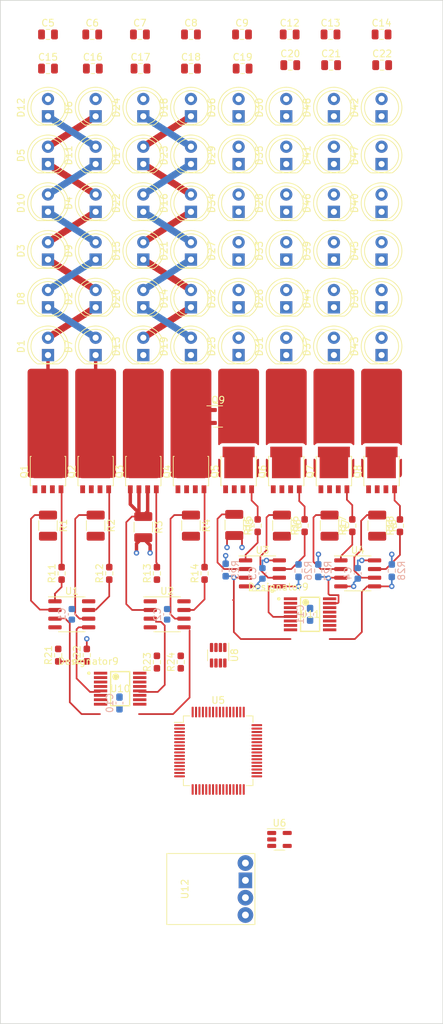
<source format=kicad_pcb>
(kicad_pcb (version 20221018) (generator pcbnew)
  (layers (0 "F.Cu" signal) (1 "In1.Cu" power) (2 "In2.Cu" power) (31 "B.Cu" signal) (34 "B.Paste" user) (35 "F.Paste" user) (36 "B.SilkS" user "B.Silkscreen") (37 "F.SilkS" user "F.Silkscreen") (38 "B.Mask" user) (39 "F.Mask" user) (44 "Edge.Cuts" user))
  (net 0 "")
  (net 1 "+12V")
  (net 2 "GND")
  (net 3 "+3.3V")
  (net 4 "/LED1")
  (net 5 "Net-(D1-A)")
  (net 6 "Net-(D2-A)")
  (net 7 "Net-(D3-A)")
  (net 8 "Net-(D4-A)")
  (net 9 "Net-(D5-A)")
  (net 10 "/LED2")
  (net 11 "Net-(D7-A)")
  (net 12 "Net-(D8-A)")
  (net 13 "Net-(D10-K)")
  (net 14 "Net-(D10-A)")
  (net 15 "Net-(D11-A)")
  (net 16 "/LED3")
  (net 17 "Net-(D13-A)")
  (net 18 "Net-(D14-A)")
  (net 19 "Net-(D15-A)")
  (net 20 "Net-(D16-A)")
  (net 21 "Net-(D17-A)")
  (net 22 "/LED4")
  (net 23 "Net-(D19-A)")
  (net 24 "Net-(D20-A)")
  (net 25 "Net-(D21-A)")
  (net 26 "Net-(D22-A)")
  (net 27 "Net-(D23-A)")
  (net 28 "/LED5")
  (net 29 "Net-(D25-A)")
  (net 30 "Net-(D26-A)")
  (net 31 "Net-(D27-A)")
  (net 32 "Net-(D28-A)")
  (net 33 "Net-(D29-A)")
  (net 34 "/LED6")
  (net 35 "Net-(D31-A)")
  (net 36 "Net-(D32-A)")
  (net 37 "Net-(D33-A)")
  (net 38 "Net-(D34-A)")
  (net 39 "Net-(D35-A)")
  (net 40 "/LED7")
  (net 41 "Net-(D37-A)")
  (net 42 "Net-(D38-A)")
  (net 43 "Net-(D39-A)")
  (net 44 "Net-(D40-A)")
  (net 45 "Net-(D41-A)")
  (net 46 "/LED8")
  (net 47 "Net-(D43-A)")
  (net 48 "Net-(D44-A)")
  (net 49 "Net-(D45-A)")
  (net 50 "Net-(D46-A)")
  (net 51 "Net-(D47-A)")
  (net 52 "/SENSE1")
  (net 53 "Net-(Q1-G)")
  (net 54 "/SENSE2")
  (net 55 "Net-(Q2-G)")
  (net 56 "/SENSE3")
  (net 57 "Net-(Q3-G)")
  (net 58 "/SENSE4")
  (net 59 "Net-(Q4-G)")
  (net 60 "/SENSE5")
  (net 61 "Net-(Q5-G)")
  (net 62 "/SENSE6")
  (net 63 "Net-(Q6-G)")
  (net 64 "/SENSE7")
  (net 65 "Net-(Q7-G)")
  (net 66 "/SENSE8")
  (net 67 "Net-(Q8-G)")
  (net 68 "Net-(R11-Pad1)")
  (net 69 "Net-(R12-Pad1)")
  (net 70 "Net-(R13-Pad1)")
  (net 71 "Net-(R14-Pad1)")
  (net 72 "Net-(R15-Pad1)")
  (net 73 "Net-(R16-Pad1)")
  (net 74 "Net-(R17-Pad1)")
  (net 75 "Net-(R18-Pad1)")
  (net 76 "/Sheet 2/REF1")
  (net 77 "/Sheet 2/REF2")
  (net 78 "/Sheet 2/REF3")
  (net 79 "/Sheet 2/REF4")
  (net 80 "/Sheet 3/REF1")
  (net 81 "/Sheet 3/REF2")
  (net 82 "/Sheet 3/REF3")
  (net 83 "/Sheet 3/REF4")
  (net 98 "Net-(U5-VSS-Pad15)")
  (net 145 "/SEL1")
  (net 146 "/DAC1")
  (net 148 "/SEL4")
  (net 149 "/SEL3")
  (net 150 "unconnected-(U10-NC-Pad12)")
  (net 151 "/SEL2")
  (net 152 "/SEL5")
  (net 153 "/DAC2")
  (net 155 "/SEL8")
  (net 156 "/SEL7")
  (net 158 "/SEL6")
  (net 159 "/Sheet 4/LED8")
  (footprint "LED_THT:LED_D5.0mm" (layer "F.Cu") (at 185 55 90)
    (fp_text reference "D32")
    (fp_text value "TLDR5800")
  )
  (footprint "Capacitor_SMD:C_0805_2012Metric" (layer "F.Cu") (at 178 20)
    (fp_text reference "C18")
    (fp_text value "10uF")
  )
  (footprint "LED_THT:LED_D5.0mm" (layer "F.Cu") (at 199 48 90)
    (fp_text reference "D39")
    (fp_text value "VSLY5850")
  )
  (footprint "Package_TO_SOT_SMD:LFPAK56" (layer "F.Cu") (at 157 79 90)
    (fp_text reference "Q1")
    (fp_text value "PSMN4R0-30YLD")
  )
  (footprint "Package_TO_SOT_SMD:SOT-23-8" (layer "F.Cu") (at 182 106 -90)
    (fp_text reference "U8")
    (fp_text value "TMP422")
  )
  (footprint "LED_THT:LED_D5.0mm" (layer "F.Cu") (at 178 62 90)
    (fp_text reference "D19")
    (fp_text value "TLDR5800")
  )
  (footprint "Resistor_SMD:R_0603_1608Metric_Pad0.98x0.95mm_HandSolder" (layer "F.Cu") (at 173 107 90)
    (fp_text reference "R23")
    (fp_text value "100K")
  )
  (footprint "LED_THT:LED_D5.0mm" (layer "F.Cu") (at 185 34 90)
    (fp_text reference "D29")
    (fp_text value "VSLY5850")
  )
  (footprint "Capacitor_SMD:C_0805_2012Metric" (layer "F.Cu") (at 163.5875 20)
    (fp_text reference "C16")
    (fp_text value "10uF")
  )
  (footprint "LED_THT:LED_D5.0mm" (layer "F.Cu") (at 192 55 90)
    (fp_text reference "D26")
    (fp_text value "VSLY5850")
  )
  (footprint "Resistor_SMD:R_1210_3225Metric_Pad1.30x2.65mm_HandSolder" (layer "F.Cu") (at 198.36 87 -90)
    (fp_text reference "R7")
    (fp_text value "0.510")
  )
  (footprint "LED_THT:LED_D5.0mm" (layer "F.Cu") (at 206 41 90)
    (fp_text reference "D40")
    (fp_text value "VSLY5850")
  )
  (footprint "Resistor_SMD:R_0603_1608Metric_Pad0.98x0.95mm_HandSolder" (layer "F.Cu") (at 176.5 107 90)
    (fp_text reference "R24")
    (fp_text value "100K")
  )
  (footprint "Capacitor_SMD:C_0805_2012Metric" (layer "F.Cu") (at 170.5875 20)
    (fp_text reference "C17")
    (fp_text value "10uF")
  )
  (footprint "LED_THT:LED_D5.0mm" (layer "F.Cu") (at 199 34 90)
    (fp_text reference "D41")
    (fp_text value "VSLY5850")
  )
  (footprint "Capacitor_SMD:C_0805_2012Metric" (layer "F.Cu") (at 157 15)
    (fp_text reference "C5")
    (fp_text value "10uF")
  )
  (footprint "Resistor_SMD:R_0603_1608Metric_Pad0.98x0.95mm_HandSolder" (layer "F.Cu") (at 180 94 90)
    (fp_text reference "R14")
    (fp_text value "100")
  )
  (footprint "LED_THT:LED_D5.0mm" (layer "F.Cu") (at 192 34 90)
    (fp_text reference "D35")
    (fp_text value "TLDR5800")
  )
  (footprint "Package_TO_SOT_SMD:LFPAK56" (layer "F.Cu") (at 192 79 90)
    (fp_text reference "Q6")
    (fp_text value "PSMN4R0-30YLD")
  )
  (footprint "LED_THT:LED_D5.0mm" (layer "F.Cu") (at 199 41 90)
    (fp_text reference "D46")
    (fp_text value "TLDR5800")
  )
  (footprint "LED_THT:LED_D5.0mm" (layer "F.Cu") (at 157 62 90)
    (fp_text reference "D1")
    (fp_text value "VSLY5850")
  )
  (footprint "Resistor_SMD:R_0603_1608Metric_Pad0.98x0.95mm_HandSolder" (layer "F.Cu") (at 166 94 90)
    (fp_text reference "R12")
    (fp_text value "100")
  )
  (footprint "Resistor_SMD:R_1210_3225Metric_Pad1.30x2.65mm_HandSolder" (layer "F.Cu") (at 171 87.216 -90)
    (fp_text reference "R3")
    (fp_text value "0.510")
  )
  (footprint "LED_THT:LED_D5.0mm" (layer "F.Cu") (at 171 55 90)
    (fp_text reference "D20")
    (fp_text value "TLDR5800")
  )
  (footprint "LED_THT:LED_D5.0mm" (layer "F.Cu") (at 171 48 90)
    (fp_text reference "D15")
    (fp_text value "VSLY5850")
  )
  (footprint "LED_THT:LED_D5.0mm" (layer "F.Cu") (at 185 27 90)
    (fp_text reference "D36")
    (fp_text value "TLDR5800")
  )
  (footprint "Resistor_SMD:R_0603_1608Metric_Pad0.98x0.95mm_HandSolder" (layer "F.Cu") (at 187.8 87 90)
    (fp_text reference "R15")
    (fp_text value "100")
  )
  (footprint "LED_THT:LED_D5.0mm" (layer "F.Cu") (at 171 34 90)
    (fp_text reference "D17")
    (fp_text value "VSLY5850")
  )
  (footprint "Package_TO_SOT_SMD:LFPAK56" (layer "F.Cu") (at 199 79 90)
    (fp_text reference "Q7")
    (fp_text value "PSMN4R0-30YLD")
  )
  (footprint "Resistor_SMD:R_0603_1608Metric_Pad0.98x0.95mm_HandSolder" (layer "F.Cu") (at 159 94 90)
    (fp_text reference "R11")
    (fp_text value "100")
  )
  (footprint "LED_THT:LED_D5.0mm" (layer "F.Cu") (at 199 62 90)
    (fp_text reference "D37")
    (fp_text value "VSLY5850")
  )
  (footprint "LED_THT:LED_D5.0mm" (layer "F.Cu") (at 178 55 90)
    (fp_text reference "D14")
    (fp_text value "VSLY5850")
  )
  (footprint "LED_THT:LED_D5.0mm" (layer "F.Cu") (at 199 55 90)
    (fp_text reference "D44")
    (fp_text value "TLDR5800")
  )
  (footprint "Resistor_SMD:R_1210_3225Metric_Pad1.30x2.65mm_HandSolder" (layer "F.Cu") (at 205.36 87 -90)
    (fp_text reference "R8")
    (fp_text value "0.510")
  )
  (footprint "Resistor_SMD:R_0603_1608Metric_Pad0.98x0.95mm_HandSolder" (layer "F.Cu") (at 194.7 87 90)
    (fp_text reference "R16")
    (fp_text value "100")
  )
  (footprint "Capacitor_SMD:C_0805_2012Metric" (layer "F.Cu") (at 178 15)
    (fp_text reference "C8")
    (fp_text value "10uF")
  )
  (footprint "$Local:PW0016A-IPC_A" (layer "F.Cu") (at 167.6 110.9)
    (fp_text reference "U10")
    (fp_text value "TMUX1112PWR")
  )
  (footprint "Package_TO_SOT_SMD:LFPAK56" (layer "F.Cu") (at 206 79 90)
    (fp_text reference "Q8")
    (fp_text value "PSMN4R0-30YLD")
  )
  (footprint "Package_QFP:LQFP-64_10x10mm_P0.5mm" (layer "F.Cu") (at 182 120)
    (fp_text reference "U5")
    (fp_text value "STM32G431RBTx")
  )
  (footprint "Resistor_SMD:R_1210_3225Metric_Pad1.30x2.65mm_HandSolder" (layer "F.Cu") (at 191.36 87 -90)
    (fp_text reference "R6")
    (fp_text value "0.510")
  )
  (footprint "Capacitor_SMD:C_0805_2012Metric" (layer "F.Cu") (at 185.5 15)
    (fp_text reference "C9")
    (fp_text value "10uF")
  )
  (footprint "LED_THT:LED_D5.0mm" (layer "F.Cu") (at 157 34 90)
    (fp_text reference "D5")
    (fp_text value "VSLY5850")
  )
  (footprint "LED_THT:LED_D5.0mm" (layer "F.Cu") (at 185 62 90)
    (fp_text reference "D25")
    (fp_text value "VSLY5850")
  )
  (footprint "LED_THT:LED_D5.0mm" (layer "F.Cu") (at 157 27 90)
    (fp_text reference "D12")
    (fp_text value "TLDR5800")
  )
  (footprint "LED_THT:LED_D5.0mm" (layer "F.Cu") (at 171 27 90)
    (fp_text reference "D24")
    (fp_text value "TLDR5800")
  )
  (footprint "LED_THT:LED_D5.0mm" (layer "F.Cu") (at 206 55 90)
    (fp_text reference "D38")
    (fp_text value "VSLY5850")
  )
  (footprint "Capacitor_SMD:C_0805_2012Metric" (layer "F.Cu") (at 163.5 15)
    (fp_text reference "C6")
    (fp_text value "10uF")
  )
  (footprint "LED_THT:LED_D5.0mm" (layer "F.Cu") (at 192 27 90)
    (fp_text reference "D30")
    (fp_text value "VSLY5850")
  )
  (footprint "LED_THT:LED_D5.0mm" (layer "F.Cu") (at 192 41 90)
    (fp_text reference "D28")
    (fp_text value "VSLY5850")
  )
  (footprint "Package_SO:SOIC-8_3.9x4.9mm_P1.27mm" (layer "F.Cu") (at 160.5 100)
    (fp_text reference "U1")
    (fp_text value "ADA4099-2")
  )
  (footprint "LED_THT:LED_D5.0mm" (layer "F.Cu") (at 199 27 90)
    (fp_text reference "D48")
    (fp_text value "TLDR5800")
  )
  (footprint "LED_THT:LED_D5.0mm" (layer "F.Cu") (at 206 27 90)
    (fp_text reference "D42")
    (fp_text value "VSLY5850")
  )
  (footprint "Package_TO_SOT_SMD:SOT-23" (layer "F.Cu") (at 182 71)
    (fp_text reference "Q9")
    (fp_text value "MMBT3906")
  )
  (footprint "$Local:D36V6F5" (layer "F.Cu") (at 186 139 90)
    (fp_text reference "U12")
    (fp_text value "D36V6F5")
  )
  (footprint "Resistor_SMD:R_1210_3225Metric_Pad1.30x2.65mm_HandSolder" (layer "F.Cu") (at 184.36 86.9 -90)
    (fp_text reference "R5")
    (fp_text value "0.510")
  )
  (footprint "Package_TO_SOT_SMD:SOT-23-5" (layer "F.Cu") (at 191 133)
    (fp_text reference "U6")
    (fp_text value "LP2985-3.3")
  )
  (footprint "Package_TO_SOT_SMD:LFPAK56" (layer "F.Cu") (at 171 79 90)
    (fp_text reference "Q3")
    (fp_text value "PSMN4R0-30YLD")
  )
  (footprint "LED_THT:LED_D5.0mm" (layer "F.Cu") (at 164 34 90)
    (fp_text reference "D11")
    (fp_text value "TLDR5800")
  )
  (footprint "$Local:PW0016A-IPC_A" (layer "F.Cu") (at 195.5 100)
    (fp_text reference "U11")
    (fp_text value "TMUX1112PWR")
  )
  (footprint "Capacitor_SMD:C_0805_2012Metric" (layer "F.Cu") (at 157 20)
    (fp_text reference "C15")
    (fp_text value "10uF")
  )
  (footprint "Capacitor_SMD:C_0805_2012Metric" (layer "F.Cu") (at 192.5875 19.5)
    (fp_text reference "C20")
    (fp_text value "10uF")
  )
  (footprint "LED_THT:LED_D5.0mm" (layer "F.Cu") (at 164 48 90)
    (fp_text reference "D9")
    (fp_text value "TLDR5800")
  )
  (footprint "LED_THT:LED_D5.0mm" (layer "F.Cu") (at 206 62 90)
    (fp_text reference "D43")
    (fp_text value "TLDR5800")
  )
  (footprint "Resistor_SMD:R_0603_1608Metric_Pad0.98x0.95mm_HandSolder" (layer "F.Cu") (at 208.7 87.0125 90)
    (fp_text reference "R18")
    (fp_text value "100")
  )
  (footprint "Package_TO_SOT_SMD:LFPAK56" (layer "F.Cu") (at 178 79 90)
    (fp_text reference "Q4")
    (fp_text value "PSMN4R0-30YLD")
  )
  (footprint "LED_THT:LED_D5.0mm" (layer "F.Cu") (at 178 34 90)
    (fp_text reference "D23")
    (fp_text value "TLDR5800")
  )
  (footprint "Package_SO:SOIC-8_3.9x4.9mm_P1.27mm" (layer "F.Cu") (at 188.5 94)
    (fp_text reference "U3")
    (fp_text value "ADA4099-2")
  )
  (footprint "LED_THT:LED_D5.0mm" (layer "F.Cu") (at 157 48 90)
    (fp_text reference "D3")
    (fp_text value "VSLY5850")
  )
  (footprint "LED_THT:LED_D5.0mm" (layer "F.Cu") (at 164 55 90)
    (fp_text reference "D2")
    (fp_text value "VSLY5850")
  )
  (footprint "Capacitor_SMD:C_0805_2012Metric" (layer "F.Cu") (at 206 15)
    (fp_text reference "C14")
    (fp_text value "10uF")
  )
  (footprint "LED_THT:LED_D5.0mm" (layer "F.Cu") (at 164 62 90)
    (fp_text reference "D7")
    (fp_text value "TLDR5800")
  )
  (footprint "Package_SO:SOIC-8_3.9x4.9mm_P1.27mm" (layer "F.Cu") (at 174.5 100)
    (fp_text reference "U2")
    (fp_text value "ADA4099-2")
  )
  (footprint "LED_THT:LED_D5.0mm" (layer "F.Cu") (at 185 48 90)
    (fp_text reference "D27")
    (fp_text value "VSLY5850")
  )
  (footprint "Capacitor_SMD:C_0805_2012Metric" (layer "F.Cu") (at 198.5875 19.5)
    (fp_text reference "C21")
    (fp_text value "10uF")
  )
  (footprint "Resistor_SMD:R_1210_3225Metric_Pad1.30x2.65mm_HandSolder" (layer "F.Cu") (at 178 87 -90)
    (fp_text reference "R4")
    (fp_text value "0.510")
  )
  (footprint "Capacitor_SMD:C_0805_2012Metric" (layer "F.Cu") (at 206.0875 19.5)
    (fp_text reference "C22")
    (fp_text value "10uF")
  )
  (footprint "LED_THT:LED_D5.0mm" (layer "F.Cu") (at 178 27 90)
    (fp_text reference "D18")
    (fp_text value "VSLY5850")
  )
  (footprint "LED_THT:LED_D5.0mm" (layer "F.Cu") (at 164 41 90)
    (fp_text reference "D4")
    (fp_text value "VSLY5850")
  )
  (footprint "LED_THT:LED_D5.0mm" (layer "F.Cu") (at 157 41 90)
    (fp_text reference "D10")
    (fp_text value "TLDR5800")
  )
  (footprint "Resistor_SMD:R_0603_1608Metric_Pad0.98x0.95mm_HandSolder" (layer "F.Cu") (at 173 94 90)
    (fp_text reference "R13")
    (fp_text value "100")
  )
  (footprint "Capacitor_SMD:C_0805_2012Metric" (layer "F.Cu") (at 185.5875 20)
    (fp_text reference "C19")
    (fp_text value "10uF")
  )
  (footprint "LED_THT:LED_D5.0mm" (layer "F.Cu") (at 185 41 90)
    (fp_text reference "D34")
    (fp_text value "TLDR5800")
  )
  (footprint "LED_THT:LED_D5.0mm" (layer "F.Cu") (at 206 48 90)
    (fp_text reference "D45")
    (fp_text value "TLDR5800")
  )
  (footprint "Resistor_SMD:R_1210_3225Metric_Pad1.30x2.65mm_HandSolder" (layer "F.Cu") (at 164 87 -90)
    (fp_text reference "R2")
    (fp_text value "0.510")
  )
  (footprint "LED_THT:LED_D5.0mm" (layer "F.Cu") (at 157 55 90)
    (fp_text reference "D8")
    (fp_text value "TLDR5800")
  )
  (footprint "LED_THT:LED_D5.0mm" (layer "F.Cu") (at 178 41 90)
    (fp_text reference "D16")
    (fp_text value "VSLY5850")
  )
  (footprint "LED_THT:LED_D5.0mm" (layer "F.Cu") (at 192 48 90)
    (fp_text reference "D33")
    (fp_text value "TLDR5800")
  )
  (footprint "Package_TO_SOT_SMD:LFPAK56" (layer "F.Cu") (at 164 79 90)
    (fp_text reference "Q2")
    (fp_text value "PSMN4R0-30YLD")
  )
  (footprint "Capacitor_SMD:C_0805_2012Metric" (layer "F.Cu") (at 198.5 15)
    (fp_text reference "C13")
    (fp_text value "10uF")
  )
  (footprint "LED_THT:LED_D5.0mm" (layer "F.Cu") (at 192 62 90)
    (fp_text reference "D31")
    (fp_text value "TLDR5800")
  )
  (footprint "Capacitor_SMD:C_0805_2012Metric" (layer "F.Cu") (at 170.5 15)
    (fp_text reference "C7")
    (fp_text value "10uF")
  )
  (footprint "Resistor_SMD:R_1210_3225Metric_Pad1.30x2.65mm_HandSolder" (layer "F.Cu") (at 157 87 -90)
    (fp_text reference "R1")
    (fp_text value "0.510")
  )
  (footprint "Resistor_SMD:R_0603_1608Metric_Pad0.98x0.95mm_HandSolder" (layer "F.Cu") (at 162.7 105.9875 90)
    (fp_text reference "R22")
    (fp_text value "100K")
  )
  (footprint "LED_THT:LED_D5.0mm" (layer "F.Cu") (at 171 41 90)
    (fp_text reference "D22")
    (fp_text value "TLDR5800")
  )
  (footprint "Capacitor_SMD:C_0805_2012Metric" (layer "F.Cu") (at 192.5 15)
    (fp_text reference "C12")
    (fp_text value "10uF")
  )
  (footprint "LED_THT:LED_D5.0mm" (layer "F.Cu") (at 171 62 90)
    (fp_text reference "D13")
    (fp_text value "VSLY5850")
  )
  (footprint "Resistor_SMD:R_0603_1608Metric_Pad0.98x0.95mm_HandSolder" (layer "F.Cu") (at 158.5 105.9875 90)
    (fp_text reference "R21")
    (fp_text value "100K")
  )
  (footprint "Package_SO:SOIC-8_3.9x4.9mm_P1.27mm" (layer "F.Cu") (at 202.5 94)
    (fp_text reference "U4")
    (fp_text value "ADA4099-2")
  )
  (footprint "Package_TO_SOT_SMD:LFPAK56" (layer "F.Cu") (at 185 79 90)
    (fp_text reference "Q5")
    (fp_text value "PSMN4R0-30YLD")
  )
  (footprint "LED_THT:LED_D5.0mm" (layer "F.Cu") (at 178 48 90)
    (fp_text reference "D21")
    (fp_text value "TLDR5800")
  )
  (footprint "LED_THT:LED_D5.0mm" (layer "F.Cu") (at 206 34 90)
    (fp_text reference "D47")
    (fp_text value "TLDR5800")
  )
  (footprint "Resistor_SMD:R_0603_1608Metric_Pad0.98x0.95mm_HandSolder" (layer "F.Cu") (at 201.7 87 90)
    (fp_text reference "R17")
    (fp_text value "100")
  )
  (footprint "LED_THT:LED_D5.0mm" (layer "F.Cu") (at 164 27 90)
    (fp_text reference "D6")
    (fp_text value "VSLY5850")
  )
  (footprint "Capacitor_SMD:C_0603_1608Metric_Pad1.08x0.95mm_HandSolder" (layer "B.Cu") (at 195.5 100 -90)
    (fp_text reference "C11")
    (fp_text value "1nF")
  )
  (footprint "Resistor_SMD:R_0603_1608Metric_Pad0.98x0.95mm_HandSolder" (layer "B.Cu") (at 196.7 93.6 90)
    (fp_text reference "R27")
    (fp_text value "100K")
  )
  (footprint "Capacitor_SMD:C_0603_1608Metric" (layer "B.Cu") (at 174.5 100 -90)
    (fp_text reference "C2")
    (fp_text value "1nF")
  )
  (footprint "Resistor_SMD:R_0603_1608Metric_Pad0.98x0.95mm_HandSolder" (layer "B.Cu") (at 207.5 93.6 90)
    (fp_text reference "R28")
    (fp_text value "100K")
  )
  (footprint "Capacitor_SMD:C_0603_1608Metric" (layer "B.Cu") (at 188.5 94 -90)
    (fp_text reference "C3")
    (fp_text value "1nF")
  )
  (footprint "Capacitor_SMD:C_0603_1608Metric" (layer "B.Cu") (at 160.5 100 -90)
    (fp_text reference "C1")
    (fp_text value "1nF")
  )
  (footprint "Resistor_SMD:R_0603_1608Metric_Pad0.98x0.95mm_HandSolder" (layer "B.Cu") (at 193.8 93.6 90)
    (fp_text reference "R26")
    (fp_text value "100K")
  )
  (footprint "Capacitor_SMD:C_0603_1608Metric" (layer "B.Cu") (at 202.5 94 -90)
    (fp_text reference "C4")
    (fp_text value "1nF")
  )
  (footprint "Capacitor_SMD:C_0603_1608Metric_Pad1.08x0.95mm_HandSolder" (layer "B.Cu") (at 167.5 113 -90)
    (fp_text reference "C10")
    (fp_text value "1nF")
  )
  (footprint "Resistor_SMD:R_0603_1608Metric_Pad0.98x0.95mm_HandSolder" (layer "B.Cu") (at 183.1 93.5 90)
    (fp_text reference "R25")
    (fp_text value "100K")
  )
  (gr_rect (start 150 10) (end 215 160) (stroke (width 0.1)) (fill none) (layer "Edge.Cuts"))
  (segment (start 190.975 92.095) (end 189.105 92.095) (width 0.25) (layer "F.Cu") (net 1))
  (segment (start 189.105 92.095) (end 189.1 92.1) (width 0.25) (layer "F.Cu") (net 1))
  (segment (start 203.105 92.095) (end 203.1 92.1) (width 0.25) (layer "F.Cu") (net 1))
  (segment (start 204.975 92.095) (end 203.105 92.095) (width 0.25) (layer "F.Cu") (net 1))
  (via (at 189.1 92.1) (size 0.8) (drill 0.4) (layers "F.Cu" "B.Cu") (net 1))
  (via (at 203.1 92.1) (size 0.8) (drill 0.4) (layers "F.Cu" "B.Cu") (net 1))
  (segment (start 202.5 92.1) (end 202.5 93.225) (width 0.25) (layer "B.Cu") (net 1))
  (segment (start 203.1 92.1) (end 202.5 92.1) (width 0.25) (layer "B.Cu") (net 1))
  (segment (start 188.5 92.1) (end 188.5 93.225) (width 0.25) (layer "B.Cu") (net 1))
  (segment (start 189.1 92.1) (end 188.5 92.1) (width 0.25) (layer "B.Cu") (net 1))
  (segment (start 200.025 95.905) (end 201.895 95.905) (width 0.25) (layer "F.Cu") (net 2))
  (segment (start 170.886 88.766) (end 170 89.652) (width 0.5) (layer "F.Cu") (net 2))
  (segment (start 201.895 95.905) (end 201.9 95.9) (width 0.25) (layer "F.Cu") (net 2))
  (segment (start 185.45 88.45) (end 185.5 88.5) (width 0.25) (layer "F.Cu") (net 2))
  (segment (start 184.36 88.45) (end 185.45 88.45) (width 0.25) (layer "F.Cu") (net 2))
  (segment (start 183.3 88.4) (end 183.3 90.2) (width 0.25) (layer "F.Cu") (net 2))
  (segment (start 184.36 88.45) (end 183.35 88.45) (width 0.25) (layer "F.Cu") (net 2))
  (segment (start 162.7 105.075) (end 162.7 103.5875) (width 0.25) (layer "F.Cu") (net 2))
  (segment (start 172 91) (end 172 89.88) (width 0.5) (layer "F.Cu") (net 2))
  (segment (start 170 89.652) (end 170 91) (width 0.5) (layer "F.Cu") (net 2))
  (segment (start 185.5 88.5) (end 185.5 90.2) (width 0.25) (layer "F.Cu") (net 2))
  (segment (start 183.35 88.45) (end 183.3 88.4) (width 0.25) (layer "F.Cu") (net 2))
  (segment (start 186.025 95.905) (end 187.795 95.905) (width 0.25) (layer "F.Cu") (net 2))
  (segment (start 172 89.88) (end 170.886 88.766) (width 0.5) (layer "F.Cu") (net 2))
  (segment (start 187.795 95.905) (end 187.8 95.9) (width 0.25) (layer "F.Cu") (net 2))
  (via (at 187.795 95.905) (size 0.8) (drill 0.4) (layers "F.Cu" "B.Cu") (net 2))
  (via (at 207.5 91.2) (size 0.8) (drill 0.4) (layers "F.Cu" "B.Cu") (net 2))
  (via (at 185.5 90.2) (size 0.8) (drill 0.4) (layers "F.Cu" "B.Cu") (net 2))
  (via (at 170 91) (size 0.8) (drill 0.4) (layers "F.Cu" "B.Cu") (net 2))
  (via (at 183.1 91.4) (size 0.8) (drill 0.4) (layers "F.Cu" "B.Cu") (net 2))
  (via (at 196.7245 91.2) (size 0.8) (drill 0.4) (layers "F.Cu" "B.Cu") (net 2))
  (via (at 162.7 103.5875) (size 0.8) (drill 0.4) (layers "F.Cu" "B.Cu") (net 2))
  (via (at 172 91) (size 0.8) (drill 0.4) (layers "F.Cu" "B.Cu") (net 2))
  (via (at 183.3 90.2) (size 0.8) (drill 0.4) (layers "F.Cu" "B.Cu") (net 2))
  (via (at 201.9 95.9) (size 0.8) (drill 0.4) (layers "F.Cu" "B.Cu") (net 2))
  (segment (start 187.795 95.905) (end 187.8 95.9) (width 0.25) (layer "B.Cu") (net 2))
  (segment (start 187.795 95.48) (end 188.5 94.775) (width 0.25) (layer "B.Cu") (net 2))
  (segment (start 201.9 95.375) (end 202.5 94.775) (width 0.25) (layer "B.Cu") (net 2))
  (segment (start 196.7 92.6875) (end 196.7 91.2245) (width 0.25) (layer "B.Cu") (net 2))
  (segment (start 196.7 91.2245) (end 196.7245 91.2) (width 0.25) (layer "B.Cu") (net 2))
  (segment (start 187.795 95.905) (end 187.795 95.48) (width 0.25) (layer "B.Cu") (net 2))
  (segment (start 201.9 95.9) (end 201.9 95.375) (width 0.25) (layer "B.Cu") (net 2))
  (segment (start 183.1 92.5875) (end 183.1 91.4) (width 0.25) (layer "B.Cu") (net 2))
  (segment (start 207.5 92.6875) (end 207.5 91.2) (width 0.25) (layer "B.Cu") (net 2))
  (segment (start 157 78.4) (end 157 62) (width 0.5) (layer "F.Cu") (net 4))
  (segment (start 164 55) (end 157 59.46) (width 1) (layer "F.Cu") (net 5))
  (segment (start 164 52.46) (end 157 48) (width 1) (layer "F.Cu") (net 6))
  (segment (start 164 41) (end 157 45.46) (width 1) (layer "F.Cu") (net 7))
  (segment (start 164 38.46) (end 157 34) (width 1) (layer "F.Cu") (net 8))
  (segment (start 164 27) (end 157 31.46) (width 1) (layer "F.Cu") (net 9))
  (segment (start 164 78.4) (end 164 62) (width 0.5) (layer "F.Cu") (net 10))
  (segment (start 157 55) (end 164 59.46) (width 1) (layer "B.Cu") (net 11))
  (segment (start 157 52.46) (end 164 48) (width 1) (layer "B.Cu") (net 12))
  (segment (start 157 41) (end 164 45.46) (width 1) (layer "B.Cu") (net 13))
  (segment (start 157 38.46) (end 164 34) (width 1) (layer "B.Cu") (net 14))
  (segment (start 157 27) (end 164 31.46) (width 1) (layer "B.Cu") (net 15))
  (segment (start 178 55) (end 171 59.46) (width 1) (layer "F.Cu") (net 17))
  (segment (start 171 48) (end 178 52.46) (width 1) (layer "F.Cu") (net 18))
  (segment (start 178 41) (end 171 45.46) (width 1) (layer "F.Cu") (net 19))
  (segment (start 171 34) (end 178 38.46) (width 1) (layer "F.Cu") (net 20))
  (segment (start 178 27) (end 171 31.46) (width 1) (layer "F.Cu") (net 21))
  (segment (start 178 59.46) (end 171 55) (width 1) (layer "B.Cu") (net 23))
  (segment (start 171 52.46) (end 178 48) (width 1) (layer "B.Cu") (net 24))
  (segment (start 178 45.46) (end 171 41) (width 1) (layer "B.Cu") (net 25))
  (segment (start 171 38.46) (end 178 34) (width 1) (layer "B.Cu") (net 26))
  (segment (start 178 31.46) (end 171 27) (width 1) (layer "B.Cu") (net 27))
  (segment (start 155.814 99.314) (end 158.118 99.314) (width 0.25) (layer "F.Cu") (net 52))
  (segment (start 155.05 85.45) (end 154.5 86) (width 0.25) (layer "F.Cu") (net 52))
  (segment (start 157 85.45) (end 155.05 85.45) (width 0.25) (layer "F.Cu") (net 52))
  (segment (start 154.5 98) (end 155.814 99.314) (width 0.25) (layer "F.Cu") (net 52))
  (segment (start 154.5 86) (end 154.5 98) (width 0.25) (layer "F.Cu") (net 52))
  (segment (start 159 93.0875) (end 159 81.76) (width 0.25) (layer "F.Cu") (net 53))
  (segment (start 159 81.76) (end 158.91 81.67) (width 0.25) (layer "F.Cu") (net 53))
  (segment (start 164 85.45) (end 161.55 85.45) (width 0.25) (layer "F.Cu") (net 54))
  (segment (start 161 100) (end 161.635 100.635) (width 0.25) (layer "F.Cu") (net 54))
  (segment (start 161 86) (end 161 100) (width 0.25) (layer "F.Cu") (net 54))
  (segment (start 161.635 100.635) (end 162.975 100.635) (width 0.25) (layer "F.Cu") (net 54))
  (segment (start 161.55 85.45) (end 161 86) (width 0.25) (layer "F.Cu") (net 54))
  (segment (start 166 81.76) (end 165.91 81.67) (width 0.25) (layer "F.Cu") (net 55))
  (segment (start 166 93.0875) (end 166 81.76) (width 0.25) (layer "F.Cu") (net 55))
  (segment (start 168.5 98.5) (end 169.365 99.365) (width 0.25) (layer "F.Cu") (net 56))
  (segment (start 172.025 99.365) (end 171.89 99.5) (width 0.25) (layer "F.Cu") (net 56))
  (segment (start 169.09 83.87) (end 170.36 85.14) (width 0.5) (layer "F.Cu") (net 56))
  (segment (start 170.36 85.14) (end 170.886 85.666) (width 0.5) (layer "F.Cu") (net 56))
  (segment (start 169.09 81.67) (end 169.09 83.87) (width 0.5) (layer "F.Cu") (net 56))
  (segment (start 170.36 81.67) (end 170.36 85.14) (width 0.5) (layer "F.Cu") (net 56))
  (segment (start 171.64 81.67) (end 171.64 84.912) (width 0.5) (layer "F.Cu") (net 56))
  (segment (start 168.5 86.5) (end 169.334 85.666) (width 0.25) (layer "F.Cu") (net 56))
  (segment (start 169.334 85.666) (end 171 85.666) (width 0.25) (layer "F.Cu") (net 56))
  (segment (start 171.64 84.912) (end 170.886 85.666) (width 0.5) (layer "F.Cu") (net 56))
  (segment (start 169.365 99.365) (end 172.025 99.365) (width 0.25) (layer "F.Cu") (net 56))
  (segment (start 168.5 98.5) (end 168.5 86.5) (width 0.25) (layer "F.Cu") (net 56))
  (segment (start 172.91 92.41) (end 173 92.5) (width 0.25) (layer "F.Cu") (net 57))
  (segment (start 172.91 81.67) (end 172.91 92.41) (width 0.25) (layer "F.Cu") (net 57))
  (segment (start 175 86) (end 175 100) (width 0.25) (layer "F.Cu") (net 58))
  (segment (start 178 85.45) (end 175.55 85.45) (width 0.25) (layer "F.Cu") (net 58))
  (segment (start 175.55 85.45) (end 175 86) (width 0.25) (layer "F.Cu") (net 58))
  (segment (start 175.635 100.635) (end 176.975 100.635) (width 0.25) (layer "F.Cu") (net 58))
  (segment (start 175 100) (end 175.635 100.635) (width 0.25) (layer "F.Cu") (net 58))
  (segment (start 180 92.5875) (end 180 81.76) (width 0.25) (layer "F.Cu") (net 59))
  (segment (start 180 81.76) (end 179.91 81.67) (width 0.25) (layer "F.Cu") (net 59))
  (segment (start 182.865 93.365) (end 181.9 92.4) (width 0.25) (layer "F.Cu") (net 60))
  (segment (start 181.9 86) (end 182.55 85.35) (width 0.25) (layer "F.Cu") (net 60))
  (segment (start 182.55 85.35) (end 184.36 85.35) (width 0.25) (layer "F.Cu") (net 60))
  (segment (start 186.025 93.365) (end 182.865 93.365) (width 0.25) (layer "F.Cu") (net 60))
  (segment (start 181.9 92.4) (end 181.9 86) (width 0.25) (layer "F.Cu") (net 60))
  (segment (start 186.91 83.31) (end 187.8 84.2) (width 0.25) (layer "F.Cu") (net 61))
  (segment (start 186.91 81.67) (end 186.91 83.31) (width 0.25) (layer "F.Cu") (net 61))
  (segment (start 187.8 84.2) (end 187.8 86.0875) (width 0.25) (layer "F.Cu") (net 61))
  (segment (start 189.1 90.6) (end 188.2 91.5) (width 0.25) (layer "F.Cu") (net 62))
  (segment (start 189.45 85.45) (end 189.1 85.8) (width 0.25) (layer "F.Cu") (net 62))
  (segment (start 188.2 91.5) (end 188.2 93.5) (width 0.25) (layer "F.Cu") (net 62))
  (segment (start 189.335 94.635) (end 190.975 94.635) (width 0.25) (layer "F.Cu") (net 62))
  (segment (start 191.36 85.45) (end 189.45 85.45) (width 0.25) (layer "F.Cu") (net 62))
  (segment (start 188.2 93.5) (end 189.335 94.635) (width 0.25) (layer "F.Cu") (net 62))
  (segment (start 189.1 85.8) (end 189.1 90.6) (width 0.25) (layer "F.Cu") (net 62))
  (segment (start 194.7 84.2) (end 193.9 83.4) (width 0.25) (layer "F.Cu") (net 63))
  (segment (start 194.7 86.0875) (end 194.7 84.2) (width 0.25) (layer "F.Cu") (net 63))
  (segment (start 193.91 83.39) (end 193.91 81.67) (width 0.25) (layer "F.Cu") (net 63))
  (segment (start 193.9 83.4) (end 193.91 83.39) (width 0.25) (layer "F.Cu") (net 63))
  (segment (start 197.065 93.365) (end 200.025 93.365) (width 0.25) (layer "F.Cu") (net 64))
  (segment (start 196 85.8) (end 196 92.3) (width 0.25) (layer "F.Cu") (net 64))
  (segment (start 198.36 85.45) (end 196.35 85.45) (width 0.25) (layer "F.Cu") (net 64))
  (segment (start 196.35 85.45) (end 196 85.8) (width 0.25) (layer "F.Cu") (net 64))
  (segment (start 196 92.3) (end 197.065 93.365) (width 0.25) (layer "F.Cu") (net 64))
  (segment (start 200.91 81.67) (end 200.91 83.21) (width 0.25) (layer "F.Cu") (net 65))
  (segment (start 200.91 83.21) (end 201.7 84) (width 0.25) (layer "F.Cu") (net 65))
  (segment (start 201.7 84) (end 201.7 86.0875) (width 0.25) (layer "F.Cu") (net 65))
  (segment (start 202 91.6) (end 203 90.6) (width 0.25) (layer "F.Cu") (net 66))
  (segment (start 203 86.3) (end 203.85 85.45) (width 0.25) (layer "F.Cu") (net 66))
  (segment (start 203 90.6) (end 203 86.3) (width 0.25) (layer "F.Cu") (net 66))
  (segment (start 204.975 94.635) (end 203.035 94.635) (width 0.25) (layer "F.Cu") (net 66))
  (segment (start 203.85 85.45) (end 205.36 85.45) (width 0.25) (layer "F.Cu") (net 66))
  (segment (start 202 93.6) (end 202 91.6) (width 0.25) (layer "F.Cu") (net 66))
  (segment (start 203.035 94.635) (end 202 93.6) (width 0.25) (layer "F.Cu") (net 66))
  (segment (start 207.91 83.31) (end 208.7 84.1) (width 0.25) (layer "F.Cu") (net 67))
  (segment (start 208.7 84.1) (end 208.7 86.1) (width 0.25) (layer "F.Cu") (net 67))
  (segment (start 207.91 81.67) (end 207.91 83.31) (width 0.25) (layer "F.Cu") (net 67))
  (segment (start 158.025 98.095) (end 158.025 97.025) (width 0.25) (layer "F.Cu") (net 68))
  (segment (start 159 96) (end 159 94.9125) (width 0.25) (layer "F.Cu") (net 68))
  (segment (start 158 97) (end 159 96) (width 0.25) (layer "F.Cu") (net 68))
  (segment (start 158.025 97.025) (end 158 97) (width 0.25) (layer "F.Cu") (net 68))
  (segment (start 163.068 99.314) (end 164.042999 99.314) (width 0.25) (layer "F.Cu") (net 69))
  (segment (start 164.042999 99.314) (end 166 97.356999) (width 0.25) (layer "F.Cu") (net 69))
  (segment (start 166 97.356999) (end 166 94.9125) (width 0.25) (layer "F.Cu") (net 69))
  (segment (start 178.435 99.365) (end 176.975 99.365) (width 0.25) (layer "F.Cu") (net 71))
  (segment (start 180 97.8) (end 178.435 99.365) (width 0.25) (layer "F.Cu") (net 71))
  (segment (start 180 94.9125) (end 180 97.8) (width 0.25) (layer "F.Cu") (net 71))
  (segment (start 186.025 92.095) (end 186.025 91.275) (width 0.25) (layer "F.Cu") (net 72))
  (segment (start 186.025 91.275) (end 187.8 89.5) (width 0.25) (layer "F.Cu") (net 72))
  (segment (start 187.8 89.5) (end 187.8 87.9125) (width 0.25) (layer "F.Cu") (net 72))
  (segment (start 192.735 93.365) (end 190.975 93.365) (width 0.25) (layer "F.Cu") (net 73))
  (segment (start 194.7 91.4) (end 192.735 93.365) (width 0.25) (layer "F.Cu") (net 73))
  (segment (start 194.7 91.4) (end 194.7 87.9125) (width 0.25) (layer "F.Cu") (net 73))
  (segment (start 201.7 89.8) (end 201.7 87.9125) (width 0.25) (layer "F.Cu") (net 74))
  (segment (start 200.025 91.475) (end 201.7 89.8) (width 0.25) (layer "F.Cu") (net 74))
  (segment (start 200.025 92.095) (end 200.025 91.475) (width 0.25) (layer "F.Cu") (net 74))
  (segment (start 204.975 93.365) (end 206.635 93.365) (width 0.25) (layer "F.Cu") (net 75))
  (segment (start 206.635 93.365) (end 208.7 91.3) (width 0.25) (layer "F.Cu") (net 75))
  (segment (start 208.7 91.3) (end 208.7 87.925) (width 0.25) (layer "F.Cu") (net 75))
  (segment (start 160.1875 106.9) (end 160.2 106.8875) (width 0.25) (layer "F.Cu") (net 76))
  (segment (start 160.2 106.3) (end 160.2 101.3) (width 0.25) (layer "F.Cu") (net 76))
  (segment (start 159.484 100.584) (end 158.118 100.584) (width 0.25) (layer "F.Cu") (net 76))
  (segment (start 164.624616 114.625001) (end 161.936519 114.625001) (width 0.25) (layer "F.Cu") (net 76))
  (segment (start 158.5 106.9) (end 160.1875 106.9) (width 0.25) (layer "F.Cu") (net 76))
  (segment (start 160.2 112.888482) (end 160.2 106.3) (width 0.25) (layer "F.Cu") (net 76))
  (segment (start 160.2 101.3) (end 159.484 100.584) (width 0.25) (layer "F.Cu") (net 76))
  (segment (start 161.936519 114.625001) (end 160.2 112.888482) (width 0.25) (layer "F.Cu") (net 76))
  (segment (start 162.975 101.905) (end 161.505 101.905) (width 0.25) (layer "F.Cu") (net 77))
  (segment (start 161.2 106.3) (end 161.2 109.4) (width 0.25) (layer "F.Cu") (net 77))
  (segment (start 161.2125 106.9) (end 161.2 106.8875) (width 0.25) (layer "F.Cu") (net 77))
  (segment (start 163.174999 111.374999) (end 164.624616 111.374999) (width 0.25) (layer "F.Cu") (net 77))
  (segment (start 162.7 106.9) (end 161.2125 106.9) (width 0.25) (layer "F.Cu") (net 77))
  (segment (start 161.2 109.4) (end 163.174999 111.374999) (width 0.25) (layer "F.Cu") (net 77))
  (segment (start 161.5 101.9) (end 161.2 102.2) (width 0.25) (layer "F.Cu") (net 77))
  (segment (start 161.2 102.2) (end 161.2 106.3) (width 0.25) (layer "F.Cu") (net 77))
  (segment (start 161.505 101.905) (end 161.5 101.9) (width 0.25) (layer "F.Cu") (net 77))
  (segment (start 177.8 112.2) (end 175.374999 114.625001) (width 0.25) (layer "F.Cu") (net 79))
  (segment (start 175.374999 114.625001) (end 170.375384 114.625001) (width 0.25) (layer "F.Cu") (net 79))
  (segment (start 177.8 102.362) (end 177.8 112.2) (width 0.25) (layer "F.Cu") (net 79))
  (segment (start 184.365 94.635) (end 184.4 94.6) (width 0.25) (layer "F.Cu") (net 80))
  (segment (start 184.3 97.8) (end 184.3 102.6) (width 0.25) (layer "F.Cu") (net 80))
  (segment (start 184.3 94.7) (end 184.3 94.7) (width 0.25) (layer "F.Cu") (net 80))
  (segment (start 184.1875 97.9125) (end 184.3 97.8) (width 0.25) (layer "F.Cu") (net 80))
  (segment (start 186.025 94.635) (end 184.365 94.635) (width 0.25) (layer "F.Cu") (net 80))
  (segment (start 185.325001 103.625001) (end 192.624616 103.625001) (width 0.25) (layer "F.Cu") (net 80))
  (segment (start 184.4 94.6) (end 184.3 94.6) (width 0.25) (layer "F.Cu") (net 80))
  (segment (start 184.3 94.6) (end 184.3 94.7) (width 0.25) (layer "F.Cu") (net 80))
  (segment (start 184.3 94.7) (end 184.3 97.8) (width 0.25) (layer "F.Cu") (net 80))
  (segment (start 184.3 102.6) (end 185.325001 103.625001) (width 0.25) (layer "F.Cu") (net 80))
  (via (at 184.3 94.6) (size 0.8) (drill 0.4) (layers "F.Cu" "B.Cu") (net 80))
  (segment (start 184.1125 94.4125) (end 184.3 94.6) (width 0.25) (layer "B.Cu") (net 80))
  (segment (start 183.1 94.4125) (end 184.1125 94.4125) (width 0.25) (layer "B.Cu") (net 80))
  (segment (start 189.405 95.905) (end 189.4 95.9) (width 0.25) (layer "F.Cu") (net 81))
  (segment (start 190.074999 100.374999) (end 192.624616 100.374999) (width 0.25) (layer "F.Cu") (net 81))
  (segment (start 189.4 95.9) (end 189.4 99.7) (width 0.25) (layer "F.Cu") (net 81))
  (segment (start 189.4 99.7) (end 190.074999 100.374999) (width 0.25) (layer "F.Cu") (net 81))
  (segment (start 193.795 95.905) (end 190.975 95.905) (width 0.25) (layer "F.Cu") (net 81))
  (segment (start 193.8 95.9) (end 193.795 95.905) (width 0.25) (layer "F.Cu") (net 81))
  (segment (start 190.975 95.905) (end 189.405 95.905) (width 0.25) (layer "F.Cu") (net 81))
  (via (at 193.8 95.9) (size 0.8) (drill 0.4) (layers "F.Cu" "B.Cu") (net 81))
  (segment (start 193.8 95.9) (end 193.8 94.5125) (width 0.25) (layer "B.Cu") (net 81))
  (segment (start 198.2 97.014234) (end 198.375384 97.189618) (width 0.25) (layer "F.Cu") (net 82))
  (segment (start 200.025 94.635) (end 198.265 94.635) (width 0.25) (layer "F.Cu") (net 82))
  (segment (start 199.6781 98.260384) (end 199.563485 98.374999) (width 0.25) (layer "F.Cu") (net 82))
  (segment (start 198.375384 97.189618) (end 199.6781 97.189618) (width 0.25) (layer "F.Cu") (net 82))
  (segment (start 198.265 94.635) (end 198.2 94.7) (width 0.25) (layer "F.Cu") (net 82))
  (segment (start 199.563485 98.374999) (end 198.375384 98.374999) (width 0.25) (layer "F.Cu") (net 82))
  (segment (start 199.6781 97.189618) (end 199.6781 98.260384) (width 0.25) (layer "F.Cu") (net 82))
  (segment (start 198.2 94.7) (end 198.2 97.014234) (width 0.25) (layer "F.Cu") (net 82))
  (via (at 198.2 94.7) (size 0.8) (drill 0.4) (layers "F.Cu" "B.Cu") (net 82))
  (segment (start 198.0125 94.5125) (end 198.2 94.7) (width 0.25) (layer "B.Cu") (net 82))
  (segment (start 196.7 94.5125) (end 198.0125 94.5125) (width 0.25) (layer "B.Cu") (net 82))
  (segment (start 204.975 95.905) (end 207.495 95.905) (width 0.25) (layer "F.Cu") (net 83))
  (segment (start 202.074999 103.625001) (end 198.375384 103.625001) (width 0.25) (layer "F.Cu") (net 83))
  (segment (start 203.1 102.6) (end 202.074999 103.625001) (width 0.25) (layer "F.Cu") (net 83))
  (segment (start 203.1 96.7) (end 203.1 102.6) (width 0.25) (layer "F.Cu") (net 83))
  (segment (start 203.895 95.905) (end 203.1 96.7) (width 0.25) (layer "F.Cu") (net 83))
  (segment (start 207.495 95.905) (end 207.5 95.9) (width 0.25) (layer "F.Cu") (net 83))
  (segment (start 204.975 95.905) (end 203.895 95.905) (width 0.25) (layer "F.Cu") (net 83))
  (via (at 207.5 95.9) (size 0.8) (drill 0.4) (layers "F.Cu" "B.Cu") (net 83))
  (segment (start 207.5 95.9) (end 207.5 94.5125) (width 0.25) (layer "B.Cu") (net 83))
  (segment (start 174.15 101.65) (end 173.592 101.092) (width 0.25) (layer "F.Cu") (net 150))
  (segment (start 173.125001 111.374999) (end 174.15 110.35) (width 0.25) (layer "F.Cu") (net 150))
  (segment (start 170.375384 111.374999) (end 173.125001 111.374999) (width 0.25) (layer "F.Cu") (net 150))
  (segment (start 174.15 110.35) (end 174.15 101.65) (width 0.25) (layer "F.Cu") (net 150))
  (segment (start 173.592 101.092) (end 172.85 101.092) (width 0.25) (layer "F.Cu") (net 150))
  (zone (net 22) (net_name "/LED4") (layer "F.Cu") (connect_pads (clearance 0.5)) (min_thickness 0.25) (fill yes (thermal_gap 0.5) (thermal_bridge_width 0.5) (smoothing fillet) (radius 0.5))
    (polygon (pts (xy 202 80) (xy 202 64) (xy 196 64) (xy 196 80)))
  )
  (zone (net 22) (net_name "/LED4") (layer "F.Cu") (connect_pads (clearance 0.5)) (min_thickness 0.25) (fill yes (thermal_gap 0.5) (thermal_bridge_width 0.5) (smoothing fillet) (radius 0.5))
    (polygon (pts (xy 188 80) (xy 188 64) (xy 182 64) (xy 182 80)))
  )
  (zone (net 22) (net_name "/LED4") (layer "F.Cu") (connect_pads (clearance 0.5)) (min_thickness 0.25) (fill yes (thermal_gap 0.5) (thermal_bridge_width 0.5) (smoothing fillet) (radius 0.5))
    (polygon (pts (xy 209 80) (xy 209 64) (xy 203 64) (xy 203 80)))
  )
  (zone (net 16) (net_name "/LED3") (layer "F.Cu") (connect_pads (clearance 0.5)) (min_thickness 0.25) (fill yes (thermal_gap 0.5) (thermal_bridge_width 0.5) (smoothing fillet) (radius 0.5))
    (polygon (pts (xy 174 80) (xy 174 64) (xy 168 64) (xy 168 80)))
  )
  (zone (net 22) (net_name "/LED4") (layer "F.Cu") (connect_pads (clearance 0.5)) (min_thickness 0.25) (fill yes (thermal_gap 0.5) (thermal_bridge_width 0.5) (smoothing fillet) (radius 0.5))
    (polygon (pts (xy 181 80) (xy 181 64) (xy 175 64) (xy 175 80)))
  )
  (zone (net 10) (net_name "/LED2") (layer "F.Cu") (connect_pads (clearance 0.5)) (min_thickness 0.25) (fill yes (thermal_gap 0.5) (thermal_bridge_width 0.5) (smoothing fillet) (radius 0.5))
    (polygon (pts (xy 167 80) (xy 167 64) (xy 161 64) (xy 161 80)))
  )
  (zone (net 4) (net_name "/LED1") (layer "F.Cu") (connect_pads (clearance 0.5)) (min_thickness 0.25) (fill yes (thermal_gap 0.5) (thermal_bridge_width 0.5) (smoothing fillet) (radius 0.5))
    (polygon (pts (xy 160 80) (xy 160 64) (xy 154 64) (xy 154 80)))
  )
  (zone (net 22) (net_name "/LED4") (layer "F.Cu") (connect_pads (clearance 0.5)) (min_thickness 0.25) (fill yes (thermal_gap 0.5) (thermal_bridge_width 0.5) (smoothing fillet) (radius 0.5))
    (polygon (pts (xy 195 80) (xy 195 64) (xy 189 64) (xy 189 80)))
  )
)
</source>
